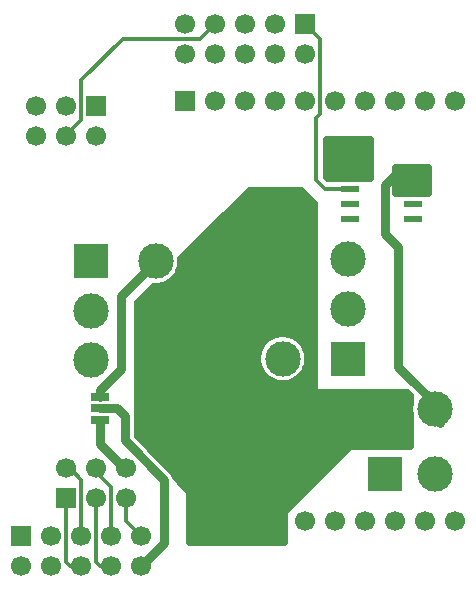
<source format=gtl>
G04 DipTrace 3.0.0.1*
G04 Arm-shield_lay_V2.GTL*
%MOIN*%
G04 #@! TF.FileFunction,Copper,L1,Top*
G04 #@! TF.Part,Single*
G04 #@! TA.AperFunction,Conductor*
%ADD14C,0.03*%
%ADD15C,0.012992*%
G04 #@! TA.AperFunction,CopperBalancing*
%ADD16C,0.025*%
G04 #@! TA.AperFunction,ComponentPad*
%ADD18R,0.066929X0.066929*%
%ADD19C,0.066929*%
%ADD20C,0.11811*%
%ADD21R,0.06X0.025*%
%ADD23R,0.059055X0.021654*%
G04 #@! TA.AperFunction,ComponentPad*
%ADD24R,0.11811X0.11811*%
G04 #@! TA.AperFunction,ViaPad*
%ADD25C,0.04*%
%FSLAX26Y26*%
G04*
G70*
G90*
G75*
G01*
G04 Top*
%LPD*%
X975311Y1031559D2*
D14*
Y1056570D1*
X1044068Y1125327D1*
Y1367927D1*
X1160593Y1484451D1*
X862799Y794031D2*
D15*
X875311D1*
X912804Y756538D1*
Y644026D1*
X912783Y644005D1*
Y569018D1*
X862799Y694031D2*
X881551Y675280D1*
Y700282D1*
X869050D1*
X862799Y694031D1*
Y481509D1*
X875290Y469018D1*
X912783D1*
X1806648Y1725395D2*
X1725385D1*
X1694136Y1756643D1*
Y1962915D1*
X1706638Y1975416D1*
Y2225442D1*
X1656633Y2275448D1*
X962799Y794031D2*
Y781551D1*
X1012783Y731567D1*
Y569018D1*
X2019247Y1775395D2*
D14*
X1962915D1*
X1925411Y1737891D1*
Y1575374D1*
X1969165Y1531619D1*
Y1131577D1*
X2106680Y994063D1*
Y944058D1*
X2090765Y959972D1*
Y991825D1*
X1062799Y794031D2*
Y787812D1*
X975311Y875301D1*
Y956559D1*
X862810Y1900419D2*
D15*
Y1906669D1*
X912804Y1956664D1*
Y2087928D1*
X1050319Y2225442D1*
X1306627D1*
X1356633Y2275448D1*
X1925411Y991825D2*
D14*
X1322510D1*
X1160593Y1153743D1*
X975311Y994059D2*
X1031571D1*
X1056570Y969060D1*
Y887802D1*
X1187833Y756538D1*
Y544068D1*
X1112783Y469018D1*
X1062799Y694031D2*
D15*
Y619003D1*
X1112783Y569018D1*
X962799Y694031D2*
X956559D1*
Y675280D1*
X962810Y669029D1*
Y481509D1*
X975301Y469018D1*
X1012783D1*
D25*
X1806648Y1875406D3*
X1750392Y1825400D3*
X1806648D3*
X1862904D3*
X1451920Y1694272D2*
D16*
X1667573D1*
X1427066Y1669403D2*
X1685396D1*
X1402164Y1644534D2*
X1685396D1*
X1377310Y1619665D2*
X1685396D1*
X1352457Y1594797D2*
X1685396D1*
X1327554Y1569928D2*
X1685396D1*
X1302701Y1545059D2*
X1685396D1*
X1277848Y1520190D2*
X1685396D1*
X1252993Y1495322D2*
X1685396D1*
X1247476Y1470453D2*
X1685396D1*
X1239322Y1445584D2*
X1685396D1*
X1220133Y1420715D2*
X1685396D1*
X1153482Y1395846D2*
X1685396D1*
X1128629Y1370978D2*
X1685396D1*
X1103776Y1346109D2*
X1685396D1*
X1102848Y1321240D2*
X1685396D1*
X1102848Y1296371D2*
X1685396D1*
X1102848Y1271503D2*
X1685396D1*
X1102848Y1246634D2*
X1685396D1*
X1102848Y1221765D2*
X1522164D1*
X1645524D2*
X1685396D1*
X1102848Y1196896D2*
X1504196D1*
X1663541D2*
X1685396D1*
X1102848Y1172028D2*
X1496676D1*
X1671060D2*
X1685396D1*
X1102848Y1147159D2*
X1496773D1*
X1670962D2*
X1685396D1*
X1102848Y1122290D2*
X1504585D1*
X1663150D2*
X1685396D1*
X1102848Y1097421D2*
X1523042D1*
X1644693D2*
X1685396D1*
X1102848Y1072552D2*
X1685396D1*
X1102848Y1047684D2*
X1685396D1*
X1102848Y1022815D2*
X2004196D1*
X1102848Y997946D2*
X2002925D1*
X1102848Y973077D2*
X2004196D1*
X1102848Y948209D2*
X2004196D1*
X1102848Y923340D2*
X2004196D1*
X1107096Y898471D2*
X2004196D1*
X1131949Y873602D2*
X2004196D1*
X1156802Y848734D2*
X1784908D1*
X1181705Y823865D2*
X1760054D1*
X1206558Y798996D2*
X1735152D1*
X1227896Y774127D2*
X1710298D1*
X1246549Y749259D2*
X1685445D1*
X1271402Y724390D2*
X1660542D1*
X1277848Y699521D2*
X1635689D1*
X1277848Y674652D2*
X1610836D1*
X1277848Y649783D2*
X1585933D1*
X1277848Y624915D2*
X1585396D1*
X1277848Y600046D2*
X1585396D1*
X1277848Y575177D2*
X1585396D1*
X1277848Y550308D2*
X1585396D1*
X1245877Y1477739D2*
X1243777Y1464480D1*
X1239629Y1451714D1*
X1233534Y1439753D1*
X1225644Y1428892D1*
X1216152Y1419400D1*
X1205291Y1411510D1*
X1193331Y1405416D1*
X1180564Y1401268D1*
X1167306Y1399168D1*
X1154327Y1399151D1*
X1100333Y1345182D1*
X1100323Y902743D1*
X1219385Y783486D1*
X1223211Y778218D1*
X1226167Y772416D1*
X1228181Y766211D1*
X1229244Y764058D1*
X1272954Y720131D1*
X1274730Y716646D1*
X1275341Y712783D1*
Y550235D1*
X1587890Y550265D1*
X1588030Y645982D1*
X1589239Y649701D1*
X1591538Y652865D1*
X1805551Y866661D1*
X1809037Y868437D1*
X1812899Y869049D1*
X2006698D1*
X2006671Y976129D1*
X2005482Y985113D1*
Y998538D1*
X2006676Y1007241D1*
X2006630Y1035434D1*
X1997963Y1044101D1*
X1698432Y1044223D1*
X1694713Y1045432D1*
X1691549Y1047731D1*
X1689249Y1050895D1*
X1688041Y1054614D1*
X1687887Y1094070D1*
Y1676442D1*
X1645198Y1719147D1*
X1474280Y1719140D1*
X1245898Y1490748D1*
X1245877Y1477739D1*
X1669146Y1153281D2*
X1667046Y1140022D1*
X1662898Y1127256D1*
X1656803Y1115295D1*
X1648913Y1104434D1*
X1639421Y1094942D1*
X1628560Y1087052D1*
X1616600Y1080958D1*
X1603833Y1076810D1*
X1590575Y1074710D1*
X1577150D1*
X1563891Y1076810D1*
X1551125Y1080958D1*
X1539164Y1087052D1*
X1528303Y1094942D1*
X1518811Y1104434D1*
X1510921Y1115295D1*
X1504827Y1127256D1*
X1500678Y1140022D1*
X1498579Y1153281D1*
Y1166706D1*
X1500678Y1179965D1*
X1504827Y1192731D1*
X1510921Y1204692D1*
X1518811Y1215552D1*
X1528303Y1225045D1*
X1539164Y1232934D1*
X1551125Y1239029D1*
X1563891Y1243177D1*
X1577150Y1245277D1*
X1590575D1*
X1603833Y1243177D1*
X1616600Y1239029D1*
X1628560Y1232934D1*
X1639421Y1225045D1*
X1648913Y1215552D1*
X1656803Y1204692D1*
X1662898Y1192731D1*
X1667046Y1179965D1*
X1669146Y1166706D1*
Y1153281D1*
X1734164Y1863039D2*
X1872913D1*
X1734164Y1838171D2*
X1872913D1*
X1734164Y1813302D2*
X1872913D1*
X1734164Y1788433D2*
X1872913D1*
X1736361Y1763564D2*
X1872913D1*
X1875407Y1762941D2*
Y1887941D1*
X1731608Y1887908D1*
X1731639Y1765789D1*
X1744139Y1762892D1*
X1875438D1*
X1965438Y1769280D2*
X2066688D1*
X1965438Y1744411D2*
X2066688D1*
X1965438Y1719542D2*
X2066688D1*
X1962913Y1794100D2*
Y1712849D1*
X2069213Y1712887D1*
X2069177Y1794186D1*
X1962878Y1794148D1*
D18*
X1656633Y2275448D3*
D19*
Y2175448D3*
X1556633Y2275448D3*
Y2175448D3*
X1456633Y2275448D3*
Y2175448D3*
X1356633Y2275448D3*
Y2175448D3*
X1256633Y2275448D3*
Y2175448D3*
D18*
X712783Y569018D3*
D19*
Y469018D3*
X812783Y569018D3*
Y469018D3*
X912783Y569018D3*
Y469018D3*
X1012783Y569018D3*
Y469018D3*
X1112783Y569018D3*
Y469018D3*
D18*
X962810Y2000419D3*
D19*
Y1900419D3*
X862810Y2000419D3*
Y1900419D3*
X762810Y2000419D3*
Y1900419D3*
D18*
X862799Y694031D3*
D19*
Y794031D3*
X962799Y694031D3*
Y794031D3*
X1062799Y694031D3*
Y794031D3*
D20*
X944058Y1319097D3*
D21*
X975311Y956559D3*
Y994059D3*
Y1031559D3*
D18*
X1256591Y2019171D3*
D19*
X1356591D3*
X1456591D3*
X1556591D3*
X1656591D3*
X1756591D3*
X1856591D3*
X1956591D3*
X2056591D3*
X2156591D3*
D18*
X1456591Y619171D3*
D19*
X1556591D3*
X1656591D3*
X1756591D3*
X1856591D3*
X1956591D3*
X2056591D3*
X2156591D3*
D23*
X1806648Y1775395D3*
Y1725395D3*
Y1675395D3*
Y1625395D3*
X2019247D3*
Y1675395D3*
Y1725395D3*
Y1775395D3*
D24*
X1925411Y775290D3*
D20*
X2090765D3*
Y991825D3*
X1925411D3*
X1800398Y1325348D3*
Y1490702D3*
X1583862Y1159993D3*
Y1490702D3*
Y1325348D3*
D24*
X1800398Y1159993D3*
D20*
X944058Y1153743D3*
X1160593Y1484451D3*
Y1153743D3*
Y1319097D3*
D24*
X944058Y1484451D3*
M02*

</source>
